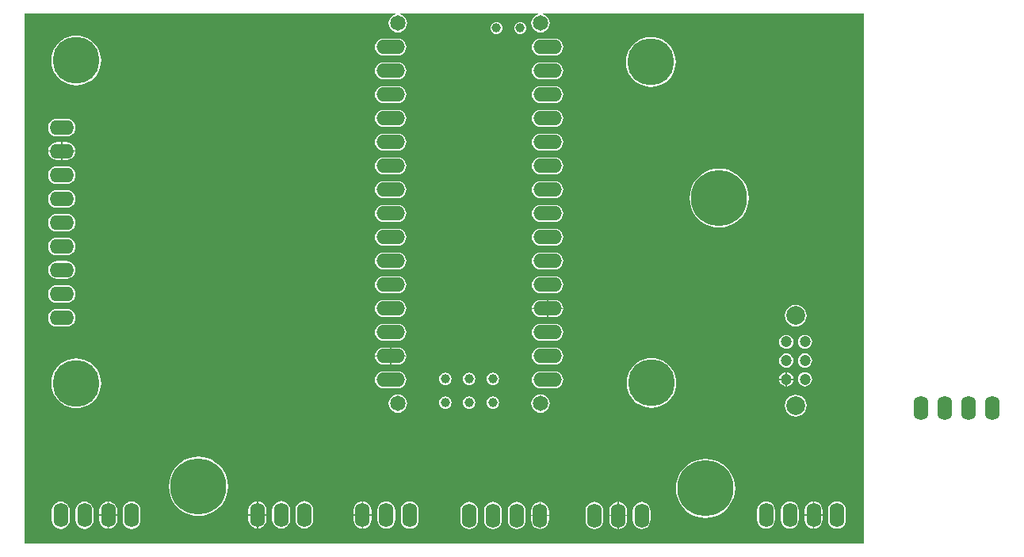
<source format=gbl>
G04*
G04 #@! TF.GenerationSoftware,Altium Limited,Altium Designer,21.0.9 (235)*
G04*
G04 Layer_Physical_Order=2*
G04 Layer_Color=16711680*
%FSLAX44Y44*%
%MOMM*%
G71*
G04*
G04 #@! TF.SameCoordinates,A596C356-34D0-456B-85E7-90C285C8AFC8*
G04*
G04*
G04 #@! TF.FilePolarity,Positive*
G04*
G01*
G75*
%ADD51C,6.0000*%
%ADD52O,1.6000X2.6000*%
%ADD53C,2.0000*%
%ADD54C,1.2000*%
%ADD55C,1.0000*%
%ADD56C,1.6510*%
%ADD57O,3.0480X1.5240*%
%ADD58O,2.6000X1.6000*%
%ADD59C,5.0000*%
G36*
X397750Y568442D02*
X397953Y567204D01*
X395580Y566221D01*
X393543Y564657D01*
X391979Y562620D01*
X390996Y560247D01*
X390661Y557700D01*
X390996Y555154D01*
X391979Y552780D01*
X393543Y550743D01*
X395580Y549179D01*
X397953Y548196D01*
X400500Y547861D01*
X403047Y548196D01*
X405420Y549179D01*
X407457Y550743D01*
X409021Y552780D01*
X410004Y555154D01*
X410339Y557700D01*
X410004Y560247D01*
X409021Y562620D01*
X407457Y564657D01*
X405420Y566221D01*
X403047Y567204D01*
X403250Y568442D01*
X550150Y568441D01*
X550353Y567204D01*
X547980Y566221D01*
X545943Y564657D01*
X544379Y562620D01*
X543396Y560247D01*
X543061Y557700D01*
X543396Y555154D01*
X544379Y552780D01*
X545943Y550743D01*
X547980Y549179D01*
X550354Y548196D01*
X552900Y547861D01*
X555447Y548196D01*
X557820Y549179D01*
X559857Y550743D01*
X561421Y552780D01*
X562404Y555154D01*
X562739Y557700D01*
X562404Y560247D01*
X561421Y562620D01*
X559857Y564657D01*
X557820Y566221D01*
X555447Y567204D01*
X555650Y568441D01*
X898441Y568441D01*
X898441Y1558D01*
X1558Y1558D01*
X1558Y568442D01*
X397750Y568442D01*
D02*
G37*
%LPC*%
G36*
X531310Y559176D02*
X529613Y558953D01*
X528032Y558298D01*
X526674Y557256D01*
X525632Y555898D01*
X524977Y554317D01*
X524754Y552620D01*
X524977Y550923D01*
X525632Y549342D01*
X526674Y547984D01*
X528032Y546942D01*
X529613Y546287D01*
X531310Y546064D01*
X533007Y546287D01*
X534588Y546942D01*
X535946Y547984D01*
X536988Y549342D01*
X537643Y550923D01*
X537866Y552620D01*
X537643Y554317D01*
X536988Y555898D01*
X535946Y557256D01*
X534588Y558298D01*
X533007Y558953D01*
X531310Y559176D01*
D02*
G37*
G36*
X505910D02*
X504213Y558953D01*
X502632Y558298D01*
X501274Y557256D01*
X500232Y555898D01*
X499577Y554317D01*
X499354Y552620D01*
X499577Y550923D01*
X500232Y549342D01*
X501274Y547984D01*
X502632Y546942D01*
X504213Y546287D01*
X505910Y546064D01*
X507607Y546287D01*
X509188Y546942D01*
X510546Y547984D01*
X511588Y549342D01*
X512243Y550923D01*
X512466Y552620D01*
X512243Y554317D01*
X511588Y555898D01*
X510546Y557256D01*
X509188Y558298D01*
X507607Y558953D01*
X505910Y559176D01*
D02*
G37*
G36*
X568140Y541499D02*
X552900D01*
X550519Y541185D01*
X548301Y540266D01*
X546396Y538805D01*
X544934Y536899D01*
X544015Y534681D01*
X543701Y532300D01*
X544015Y529919D01*
X544934Y527701D01*
X546396Y525796D01*
X548301Y524334D01*
X550519Y523415D01*
X552900Y523101D01*
X568140D01*
X570521Y523415D01*
X572739Y524334D01*
X574645Y525796D01*
X576106Y527701D01*
X577025Y529919D01*
X577339Y532300D01*
X577025Y534681D01*
X576106Y536899D01*
X574645Y538805D01*
X572739Y540266D01*
X570521Y541185D01*
X568140Y541499D01*
D02*
G37*
G36*
X400500D02*
X385260D01*
X382879Y541185D01*
X380661Y540266D01*
X378756Y538805D01*
X377294Y536899D01*
X376375Y534681D01*
X376061Y532300D01*
X376375Y529919D01*
X377294Y527701D01*
X378756Y525796D01*
X380661Y524334D01*
X382879Y523415D01*
X385260Y523101D01*
X400500D01*
X402881Y523415D01*
X405099Y524334D01*
X407005Y525796D01*
X408466Y527701D01*
X409385Y529919D01*
X409699Y532300D01*
X409385Y534681D01*
X408466Y536899D01*
X407005Y538805D01*
X405099Y540266D01*
X402881Y541185D01*
X400500Y541499D01*
D02*
G37*
G36*
X568140Y516099D02*
X552900D01*
X550519Y515785D01*
X548301Y514866D01*
X546396Y513405D01*
X544934Y511499D01*
X544015Y509281D01*
X543701Y506900D01*
X544015Y504519D01*
X544934Y502301D01*
X546396Y500396D01*
X548301Y498934D01*
X550519Y498015D01*
X552900Y497701D01*
X568140D01*
X570521Y498015D01*
X572739Y498934D01*
X574645Y500396D01*
X576106Y502301D01*
X577025Y504519D01*
X577339Y506900D01*
X577025Y509281D01*
X576106Y511499D01*
X574645Y513405D01*
X572739Y514866D01*
X570521Y515785D01*
X568140Y516099D01*
D02*
G37*
G36*
X400500D02*
X385260D01*
X382879Y515785D01*
X380661Y514866D01*
X378756Y513405D01*
X377294Y511499D01*
X376375Y509281D01*
X376061Y506900D01*
X376375Y504519D01*
X377294Y502301D01*
X378756Y500396D01*
X380661Y498934D01*
X382879Y498015D01*
X385260Y497701D01*
X400500D01*
X402881Y498015D01*
X405099Y498934D01*
X407005Y500396D01*
X408466Y502301D01*
X409385Y504519D01*
X409699Y506900D01*
X409385Y509281D01*
X408466Y511499D01*
X407005Y513405D01*
X405099Y514866D01*
X402881Y515785D01*
X400500Y516099D01*
D02*
G37*
G36*
X56902Y544460D02*
X52744Y544133D01*
X48688Y543159D01*
X44834Y541563D01*
X41277Y539383D01*
X38106Y536674D01*
X35397Y533503D01*
X33217Y529946D01*
X31621Y526092D01*
X30647Y522036D01*
X30320Y517878D01*
X30647Y513720D01*
X31621Y509664D01*
X33217Y505810D01*
X35397Y502253D01*
X38106Y499082D01*
X41277Y496373D01*
X44834Y494193D01*
X48688Y492597D01*
X52744Y491623D01*
X56902Y491296D01*
X61060Y491623D01*
X65116Y492597D01*
X68970Y494193D01*
X72526Y496373D01*
X75698Y499082D01*
X78407Y502253D01*
X80587Y505810D01*
X82183Y509664D01*
X83157Y513720D01*
X83484Y517878D01*
X83157Y522036D01*
X82183Y526092D01*
X80587Y529946D01*
X78407Y533503D01*
X75698Y536674D01*
X72526Y539383D01*
X68970Y541563D01*
X65116Y543159D01*
X61060Y544133D01*
X56902Y544460D01*
D02*
G37*
G36*
X670902Y542860D02*
X666744Y542533D01*
X662688Y541559D01*
X658834Y539963D01*
X655277Y537783D01*
X652106Y535074D01*
X649397Y531903D01*
X647217Y528346D01*
X645621Y524492D01*
X644647Y520436D01*
X644320Y516278D01*
X644647Y512120D01*
X645621Y508064D01*
X647217Y504210D01*
X649397Y500653D01*
X652106Y497482D01*
X655277Y494773D01*
X658834Y492593D01*
X662688Y490997D01*
X666744Y490023D01*
X670902Y489696D01*
X675060Y490023D01*
X679116Y490997D01*
X682970Y492593D01*
X686526Y494773D01*
X689698Y497482D01*
X692407Y500653D01*
X694587Y504210D01*
X696183Y508064D01*
X697157Y512120D01*
X697484Y516278D01*
X697157Y520436D01*
X696183Y524492D01*
X694587Y528346D01*
X692407Y531903D01*
X689698Y535074D01*
X686526Y537783D01*
X682970Y539963D01*
X679116Y541559D01*
X675060Y542533D01*
X670902Y542860D01*
D02*
G37*
G36*
X568140Y490699D02*
X552900D01*
X550519Y490385D01*
X548301Y489466D01*
X546396Y488004D01*
X544934Y486099D01*
X544015Y483881D01*
X543701Y481500D01*
X544015Y479119D01*
X544934Y476901D01*
X546396Y474996D01*
X548301Y473534D01*
X550519Y472615D01*
X552900Y472301D01*
X568140D01*
X570521Y472615D01*
X572739Y473534D01*
X574645Y474996D01*
X576106Y476901D01*
X577025Y479119D01*
X577339Y481500D01*
X577025Y483881D01*
X576106Y486099D01*
X574645Y488004D01*
X572739Y489466D01*
X570521Y490385D01*
X568140Y490699D01*
D02*
G37*
G36*
X400500D02*
X385260D01*
X382879Y490385D01*
X380661Y489466D01*
X378756Y488004D01*
X377294Y486099D01*
X376375Y483881D01*
X376061Y481500D01*
X376375Y479119D01*
X377294Y476901D01*
X378756Y474996D01*
X380661Y473534D01*
X382879Y472615D01*
X385260Y472301D01*
X400500D01*
X402881Y472615D01*
X405099Y473534D01*
X407005Y474996D01*
X408466Y476901D01*
X409385Y479119D01*
X409699Y481500D01*
X409385Y483881D01*
X408466Y486099D01*
X407005Y488004D01*
X405099Y489466D01*
X402881Y490385D01*
X400500Y490699D01*
D02*
G37*
G36*
X568140Y465299D02*
X552900D01*
X550519Y464985D01*
X548301Y464066D01*
X546396Y462604D01*
X544934Y460699D01*
X544015Y458481D01*
X543701Y456100D01*
X544015Y453719D01*
X544934Y451501D01*
X546396Y449596D01*
X548301Y448134D01*
X550519Y447215D01*
X552900Y446901D01*
X568140D01*
X570521Y447215D01*
X572739Y448134D01*
X574645Y449596D01*
X576106Y451501D01*
X577025Y453719D01*
X577339Y456100D01*
X577025Y458481D01*
X576106Y460699D01*
X574645Y462604D01*
X572739Y464066D01*
X570521Y464985D01*
X568140Y465299D01*
D02*
G37*
G36*
X400500D02*
X385260D01*
X382879Y464985D01*
X380661Y464066D01*
X378756Y462604D01*
X377294Y460699D01*
X376375Y458481D01*
X376061Y456100D01*
X376375Y453719D01*
X377294Y451501D01*
X378756Y449596D01*
X380661Y448134D01*
X382879Y447215D01*
X385260Y446901D01*
X400500D01*
X402881Y447215D01*
X405099Y448134D01*
X407005Y449596D01*
X408466Y451501D01*
X409385Y453719D01*
X409699Y456100D01*
X409385Y458481D01*
X408466Y460699D01*
X407005Y462604D01*
X405099Y464066D01*
X402881Y464985D01*
X400500Y465299D01*
D02*
G37*
G36*
X46402Y455860D02*
X36402D01*
X33922Y455533D01*
X31611Y454576D01*
X29627Y453053D01*
X28104Y451069D01*
X27146Y448758D01*
X26820Y446278D01*
X27146Y443798D01*
X28104Y441487D01*
X29627Y439502D01*
X31611Y437980D01*
X33922Y437023D01*
X36402Y436696D01*
X46402D01*
X48882Y437023D01*
X51193Y437980D01*
X53177Y439502D01*
X54700Y441487D01*
X55658Y443798D01*
X55984Y446278D01*
X55658Y448758D01*
X54700Y451069D01*
X53177Y453053D01*
X51193Y454576D01*
X48882Y455533D01*
X46402Y455860D01*
D02*
G37*
G36*
Y430860D02*
X42152D01*
Y422028D01*
X55885D01*
X55658Y423758D01*
X54700Y426069D01*
X53177Y428053D01*
X51193Y429576D01*
X48882Y430533D01*
X46402Y430860D01*
D02*
G37*
G36*
X40652D02*
X36402D01*
X33922Y430533D01*
X31611Y429576D01*
X29627Y428053D01*
X28104Y426069D01*
X27146Y423758D01*
X26919Y422028D01*
X40652D01*
Y430860D01*
D02*
G37*
G36*
X568140Y439899D02*
X552900D01*
X550519Y439585D01*
X548301Y438666D01*
X546396Y437205D01*
X544934Y435299D01*
X544015Y433081D01*
X543701Y430700D01*
X544015Y428319D01*
X544934Y426101D01*
X546396Y424196D01*
X548301Y422734D01*
X550519Y421815D01*
X552900Y421501D01*
X568140D01*
X570521Y421815D01*
X572739Y422734D01*
X574645Y424196D01*
X576106Y426101D01*
X577025Y428319D01*
X577339Y430700D01*
X577025Y433081D01*
X576106Y435299D01*
X574645Y437205D01*
X572739Y438666D01*
X570521Y439585D01*
X568140Y439899D01*
D02*
G37*
G36*
X400500D02*
X385260D01*
X382879Y439585D01*
X380661Y438666D01*
X378756Y437205D01*
X377294Y435299D01*
X376375Y433081D01*
X376061Y430700D01*
X376375Y428319D01*
X377294Y426101D01*
X378756Y424196D01*
X380661Y422734D01*
X382879Y421815D01*
X385260Y421501D01*
X400500D01*
X402881Y421815D01*
X405099Y422734D01*
X407005Y424196D01*
X408466Y426101D01*
X409385Y428319D01*
X409699Y430700D01*
X409385Y433081D01*
X408466Y435299D01*
X407005Y437205D01*
X405099Y438666D01*
X402881Y439585D01*
X400500Y439899D01*
D02*
G37*
G36*
X55885Y420528D02*
X42152D01*
Y411696D01*
X46402D01*
X48882Y412023D01*
X51193Y412980D01*
X53177Y414502D01*
X54700Y416487D01*
X55658Y418798D01*
X55885Y420528D01*
D02*
G37*
G36*
X40652D02*
X26919D01*
X27146Y418798D01*
X28104Y416487D01*
X29627Y414502D01*
X31611Y412980D01*
X33922Y412023D01*
X36402Y411696D01*
X40652D01*
Y420528D01*
D02*
G37*
G36*
X568140Y414499D02*
X552900D01*
X550519Y414185D01*
X548301Y413266D01*
X546396Y411805D01*
X544934Y409899D01*
X544015Y407681D01*
X543701Y405300D01*
X544015Y402919D01*
X544934Y400701D01*
X546396Y398796D01*
X548301Y397334D01*
X550519Y396415D01*
X552900Y396101D01*
X568140D01*
X570521Y396415D01*
X572739Y397334D01*
X574645Y398796D01*
X576106Y400701D01*
X577025Y402919D01*
X577339Y405300D01*
X577025Y407681D01*
X576106Y409899D01*
X574645Y411805D01*
X572739Y413266D01*
X570521Y414185D01*
X568140Y414499D01*
D02*
G37*
G36*
X400500D02*
X385260D01*
X382879Y414185D01*
X380661Y413266D01*
X378756Y411805D01*
X377294Y409899D01*
X376375Y407681D01*
X376061Y405300D01*
X376375Y402919D01*
X377294Y400701D01*
X378756Y398796D01*
X380661Y397334D01*
X382879Y396415D01*
X385260Y396101D01*
X400500D01*
X402881Y396415D01*
X405099Y397334D01*
X407005Y398796D01*
X408466Y400701D01*
X409385Y402919D01*
X409699Y405300D01*
X409385Y407681D01*
X408466Y409899D01*
X407005Y411805D01*
X405099Y413266D01*
X402881Y414185D01*
X400500Y414499D01*
D02*
G37*
G36*
X46402Y405060D02*
X36402D01*
X33922Y404734D01*
X31611Y403776D01*
X29627Y402253D01*
X28104Y400269D01*
X27146Y397958D01*
X26820Y395478D01*
X27146Y392998D01*
X28104Y390687D01*
X29627Y388703D01*
X31611Y387180D01*
X33922Y386222D01*
X36402Y385896D01*
X46402D01*
X48882Y386222D01*
X51193Y387180D01*
X53177Y388703D01*
X54700Y390687D01*
X55658Y392998D01*
X55984Y395478D01*
X55658Y397958D01*
X54700Y400269D01*
X53177Y402253D01*
X51193Y403776D01*
X48882Y404734D01*
X46402Y405060D01*
D02*
G37*
G36*
X568140Y389099D02*
X552900D01*
X550519Y388785D01*
X548301Y387866D01*
X546396Y386404D01*
X544934Y384499D01*
X544015Y382281D01*
X543701Y379900D01*
X544015Y377519D01*
X544934Y375301D01*
X546396Y373396D01*
X548301Y371934D01*
X550519Y371015D01*
X552900Y370701D01*
X568140D01*
X570521Y371015D01*
X572739Y371934D01*
X574645Y373396D01*
X576106Y375301D01*
X577025Y377519D01*
X577339Y379900D01*
X577025Y382281D01*
X576106Y384499D01*
X574645Y386404D01*
X572739Y387866D01*
X570521Y388785D01*
X568140Y389099D01*
D02*
G37*
G36*
X400500D02*
X385260D01*
X382879Y388785D01*
X380661Y387866D01*
X378756Y386404D01*
X377294Y384499D01*
X376375Y382281D01*
X376061Y379900D01*
X376375Y377519D01*
X377294Y375301D01*
X378756Y373396D01*
X380661Y371934D01*
X382879Y371015D01*
X385260Y370701D01*
X400500D01*
X402881Y371015D01*
X405099Y371934D01*
X407005Y373396D01*
X408466Y375301D01*
X409385Y377519D01*
X409699Y379900D01*
X409385Y382281D01*
X408466Y384499D01*
X407005Y386404D01*
X405099Y387866D01*
X402881Y388785D01*
X400500Y389099D01*
D02*
G37*
G36*
X46402Y379660D02*
X36402D01*
X33922Y379333D01*
X31611Y378376D01*
X29627Y376853D01*
X28104Y374869D01*
X27146Y372558D01*
X26820Y370078D01*
X27146Y367598D01*
X28104Y365287D01*
X29627Y363303D01*
X31611Y361780D01*
X33922Y360822D01*
X36402Y360496D01*
X46402D01*
X48882Y360822D01*
X51193Y361780D01*
X53177Y363303D01*
X54700Y365287D01*
X55658Y367598D01*
X55984Y370078D01*
X55658Y372558D01*
X54700Y374869D01*
X53177Y376853D01*
X51193Y378376D01*
X48882Y379333D01*
X46402Y379660D01*
D02*
G37*
G36*
X568140Y363699D02*
X552900D01*
X550519Y363385D01*
X548301Y362466D01*
X546396Y361004D01*
X544934Y359099D01*
X544015Y356881D01*
X543701Y354500D01*
X544015Y352119D01*
X544934Y349901D01*
X546396Y347996D01*
X548301Y346534D01*
X550519Y345615D01*
X552900Y345301D01*
X568140D01*
X570521Y345615D01*
X572739Y346534D01*
X574645Y347996D01*
X576106Y349901D01*
X577025Y352119D01*
X577339Y354500D01*
X577025Y356881D01*
X576106Y359099D01*
X574645Y361004D01*
X572739Y362466D01*
X570521Y363385D01*
X568140Y363699D01*
D02*
G37*
G36*
X400500D02*
X385260D01*
X382879Y363385D01*
X380661Y362466D01*
X378756Y361004D01*
X377294Y359099D01*
X376375Y356881D01*
X376061Y354500D01*
X376375Y352119D01*
X377294Y349901D01*
X378756Y347996D01*
X380661Y346534D01*
X382879Y345615D01*
X385260Y345301D01*
X400500D01*
X402881Y345615D01*
X405099Y346534D01*
X407005Y347996D01*
X408466Y349901D01*
X409385Y352119D01*
X409699Y354500D01*
X409385Y356881D01*
X408466Y359099D01*
X407005Y361004D01*
X405099Y362466D01*
X402881Y363385D01*
X400500Y363699D01*
D02*
G37*
G36*
X743750Y402597D02*
X738807Y402208D01*
X733986Y401051D01*
X729405Y399154D01*
X725178Y396563D01*
X721407Y393343D01*
X718187Y389572D01*
X715596Y385345D01*
X713699Y380764D01*
X712542Y375943D01*
X712153Y371000D01*
X712542Y366057D01*
X713699Y361236D01*
X715596Y356655D01*
X718187Y352427D01*
X721407Y348657D01*
X725178Y345437D01*
X729405Y342846D01*
X733986Y340949D01*
X738807Y339792D01*
X743750Y339403D01*
X748693Y339792D01*
X753514Y340949D01*
X758095Y342846D01*
X762322Y345437D01*
X766093Y348657D01*
X769313Y352427D01*
X771904Y356655D01*
X773801Y361236D01*
X774958Y366057D01*
X775347Y371000D01*
X774958Y375943D01*
X773801Y380764D01*
X771904Y385345D01*
X769313Y389572D01*
X766093Y393343D01*
X762322Y396563D01*
X758095Y399154D01*
X753514Y401051D01*
X748693Y402208D01*
X743750Y402597D01*
D02*
G37*
G36*
X46402Y354260D02*
X36402D01*
X33922Y353933D01*
X31611Y352976D01*
X29627Y351453D01*
X28104Y349469D01*
X27146Y347158D01*
X26820Y344678D01*
X27146Y342198D01*
X28104Y339887D01*
X29627Y337903D01*
X31611Y336380D01*
X33922Y335423D01*
X36402Y335096D01*
X46402D01*
X48882Y335423D01*
X51193Y336380D01*
X53177Y337903D01*
X54700Y339887D01*
X55658Y342198D01*
X55984Y344678D01*
X55658Y347158D01*
X54700Y349469D01*
X53177Y351453D01*
X51193Y352976D01*
X48882Y353933D01*
X46402Y354260D01*
D02*
G37*
G36*
X568140Y338299D02*
X552900D01*
X550519Y337985D01*
X548301Y337066D01*
X546396Y335605D01*
X544934Y333699D01*
X544015Y331481D01*
X543701Y329100D01*
X544015Y326719D01*
X544934Y324501D01*
X546396Y322596D01*
X548301Y321134D01*
X550519Y320215D01*
X552900Y319901D01*
X568140D01*
X570521Y320215D01*
X572739Y321134D01*
X574645Y322596D01*
X576106Y324501D01*
X577025Y326719D01*
X577339Y329100D01*
X577025Y331481D01*
X576106Y333699D01*
X574645Y335605D01*
X572739Y337066D01*
X570521Y337985D01*
X568140Y338299D01*
D02*
G37*
G36*
X400500D02*
X385260D01*
X382879Y337985D01*
X380661Y337066D01*
X378756Y335605D01*
X377294Y333699D01*
X376375Y331481D01*
X376061Y329100D01*
X376375Y326719D01*
X377294Y324501D01*
X378756Y322596D01*
X380661Y321134D01*
X382879Y320215D01*
X385260Y319901D01*
X400500D01*
X402881Y320215D01*
X405099Y321134D01*
X407005Y322596D01*
X408466Y324501D01*
X409385Y326719D01*
X409699Y329100D01*
X409385Y331481D01*
X408466Y333699D01*
X407005Y335605D01*
X405099Y337066D01*
X402881Y337985D01*
X400500Y338299D01*
D02*
G37*
G36*
X46402Y328860D02*
X36402D01*
X33922Y328534D01*
X31611Y327576D01*
X29627Y326053D01*
X28104Y324069D01*
X27146Y321758D01*
X26820Y319278D01*
X27146Y316798D01*
X28104Y314487D01*
X29627Y312502D01*
X31611Y310980D01*
X33922Y310023D01*
X36402Y309696D01*
X46402D01*
X48882Y310023D01*
X51193Y310980D01*
X53177Y312502D01*
X54700Y314487D01*
X55658Y316798D01*
X55984Y319278D01*
X55658Y321758D01*
X54700Y324069D01*
X53177Y326053D01*
X51193Y327576D01*
X48882Y328534D01*
X46402Y328860D01*
D02*
G37*
G36*
X568140Y312899D02*
X552900D01*
X550519Y312585D01*
X548301Y311666D01*
X546396Y310205D01*
X544934Y308299D01*
X544015Y306081D01*
X543701Y303700D01*
X544015Y301319D01*
X544934Y299101D01*
X546396Y297196D01*
X548301Y295734D01*
X550519Y294815D01*
X552900Y294501D01*
X568140D01*
X570521Y294815D01*
X572739Y295734D01*
X574645Y297196D01*
X576106Y299101D01*
X577025Y301319D01*
X577339Y303700D01*
X577025Y306081D01*
X576106Y308299D01*
X574645Y310205D01*
X572739Y311666D01*
X570521Y312585D01*
X568140Y312899D01*
D02*
G37*
G36*
X400500D02*
X385260D01*
X382879Y312585D01*
X380661Y311666D01*
X378756Y310205D01*
X377294Y308299D01*
X376375Y306081D01*
X376061Y303700D01*
X376375Y301319D01*
X377294Y299101D01*
X378756Y297196D01*
X380661Y295734D01*
X382879Y294815D01*
X385260Y294501D01*
X400500D01*
X402881Y294815D01*
X405099Y295734D01*
X407005Y297196D01*
X408466Y299101D01*
X409385Y301319D01*
X409699Y303700D01*
X409385Y306081D01*
X408466Y308299D01*
X407005Y310205D01*
X405099Y311666D01*
X402881Y312585D01*
X400500Y312899D01*
D02*
G37*
G36*
X46402Y303860D02*
X36402D01*
X33922Y303533D01*
X31611Y302576D01*
X29627Y301053D01*
X28104Y299069D01*
X27146Y296758D01*
X26820Y294278D01*
X27146Y291798D01*
X28104Y289487D01*
X29627Y287502D01*
X31611Y285980D01*
X33922Y285023D01*
X36402Y284696D01*
X46402D01*
X48882Y285023D01*
X51193Y285980D01*
X53177Y287502D01*
X54700Y289487D01*
X55658Y291798D01*
X55984Y294278D01*
X55658Y296758D01*
X54700Y299069D01*
X53177Y301053D01*
X51193Y302576D01*
X48882Y303533D01*
X46402Y303860D01*
D02*
G37*
G36*
X568140Y287499D02*
X552900D01*
X550519Y287185D01*
X548301Y286266D01*
X546396Y284804D01*
X544934Y282899D01*
X544015Y280681D01*
X543701Y278300D01*
X544015Y275919D01*
X544934Y273701D01*
X546396Y271796D01*
X548301Y270334D01*
X550519Y269415D01*
X552900Y269101D01*
X568140D01*
X570521Y269415D01*
X572739Y270334D01*
X574645Y271796D01*
X576106Y273701D01*
X577025Y275919D01*
X577339Y278300D01*
X577025Y280681D01*
X576106Y282899D01*
X574645Y284804D01*
X572739Y286266D01*
X570521Y287185D01*
X568140Y287499D01*
D02*
G37*
G36*
X400500D02*
X385260D01*
X382879Y287185D01*
X380661Y286266D01*
X378756Y284804D01*
X377294Y282899D01*
X376375Y280681D01*
X376061Y278300D01*
X376375Y275919D01*
X377294Y273701D01*
X378756Y271796D01*
X380661Y270334D01*
X382879Y269415D01*
X385260Y269101D01*
X400500D01*
X402881Y269415D01*
X405099Y270334D01*
X407005Y271796D01*
X408466Y273701D01*
X409385Y275919D01*
X409699Y278300D01*
X409385Y280681D01*
X408466Y282899D01*
X407005Y284804D01*
X405099Y286266D01*
X402881Y287185D01*
X400500Y287499D01*
D02*
G37*
G36*
X46402Y278060D02*
X36402D01*
X33922Y277733D01*
X31611Y276776D01*
X29627Y275254D01*
X28104Y273269D01*
X27146Y270958D01*
X26820Y268478D01*
X27146Y265998D01*
X28104Y263687D01*
X29627Y261702D01*
X31611Y260180D01*
X33922Y259223D01*
X36402Y258896D01*
X46402D01*
X48882Y259223D01*
X51193Y260180D01*
X53177Y261702D01*
X54700Y263687D01*
X55658Y265998D01*
X55984Y268478D01*
X55658Y270958D01*
X54700Y273269D01*
X53177Y275254D01*
X51193Y276776D01*
X48882Y277733D01*
X46402Y278060D01*
D02*
G37*
G36*
X568140Y262099D02*
X561270D01*
Y253650D01*
X577240D01*
X577025Y255281D01*
X576106Y257499D01*
X574645Y259405D01*
X572739Y260866D01*
X570521Y261785D01*
X568140Y262099D01*
D02*
G37*
G36*
X559770D02*
X552900D01*
X550519Y261785D01*
X548301Y260866D01*
X546396Y259405D01*
X544934Y257499D01*
X544015Y255281D01*
X543800Y253650D01*
X559770D01*
Y262099D01*
D02*
G37*
G36*
X577240Y252150D02*
X561270D01*
Y243701D01*
X568140D01*
X570521Y244015D01*
X572739Y244934D01*
X574645Y246396D01*
X576106Y248301D01*
X577025Y250519D01*
X577240Y252150D01*
D02*
G37*
G36*
X559770D02*
X543800D01*
X544015Y250519D01*
X544934Y248301D01*
X546396Y246396D01*
X548301Y244934D01*
X550519Y244015D01*
X552900Y243701D01*
X559770D01*
Y252150D01*
D02*
G37*
G36*
X400500Y262099D02*
X385260D01*
X382879Y261785D01*
X380661Y260866D01*
X378756Y259405D01*
X377294Y257499D01*
X376375Y255281D01*
X376061Y252900D01*
X376375Y250519D01*
X377294Y248301D01*
X378756Y246396D01*
X380661Y244934D01*
X382879Y244015D01*
X385260Y243701D01*
X400500D01*
X402881Y244015D01*
X405099Y244934D01*
X407005Y246396D01*
X408466Y248301D01*
X409385Y250519D01*
X409699Y252900D01*
X409385Y255281D01*
X408466Y257499D01*
X407005Y259405D01*
X405099Y260866D01*
X402881Y261785D01*
X400500Y262099D01*
D02*
G37*
G36*
X825500Y256849D02*
X822498Y256454D01*
X819700Y255295D01*
X817298Y253452D01*
X815455Y251050D01*
X814296Y248252D01*
X813901Y245250D01*
X814296Y242248D01*
X815455Y239450D01*
X817298Y237048D01*
X819700Y235205D01*
X822498Y234046D01*
X825500Y233651D01*
X828502Y234046D01*
X831300Y235205D01*
X833702Y237048D01*
X835545Y239450D01*
X836704Y242248D01*
X837099Y245250D01*
X836704Y248252D01*
X835545Y251050D01*
X833702Y253452D01*
X831300Y255295D01*
X828502Y256454D01*
X825500Y256849D01*
D02*
G37*
G36*
X46402Y252660D02*
X36402D01*
X33922Y252334D01*
X31611Y251376D01*
X29627Y249853D01*
X28104Y247869D01*
X27146Y245558D01*
X26820Y243078D01*
X27146Y240598D01*
X28104Y238287D01*
X29627Y236303D01*
X31611Y234780D01*
X33922Y233822D01*
X36402Y233496D01*
X46402D01*
X48882Y233822D01*
X51193Y234780D01*
X53177Y236303D01*
X54700Y238287D01*
X55658Y240598D01*
X55984Y243078D01*
X55658Y245558D01*
X54700Y247869D01*
X53177Y249853D01*
X51193Y251376D01*
X48882Y252334D01*
X46402Y252660D01*
D02*
G37*
G36*
X568140Y236699D02*
X552900D01*
X550519Y236385D01*
X548301Y235466D01*
X546396Y234004D01*
X544934Y232099D01*
X544015Y229881D01*
X543701Y227500D01*
X544015Y225119D01*
X544934Y222901D01*
X546396Y220996D01*
X548301Y219534D01*
X550519Y218615D01*
X552900Y218301D01*
X568140D01*
X570521Y218615D01*
X572739Y219534D01*
X574645Y220996D01*
X576106Y222901D01*
X577025Y225119D01*
X577339Y227500D01*
X577025Y229881D01*
X576106Y232099D01*
X574645Y234004D01*
X572739Y235466D01*
X570521Y236385D01*
X568140Y236699D01*
D02*
G37*
G36*
X400500D02*
X385260D01*
X382879Y236385D01*
X380661Y235466D01*
X378756Y234004D01*
X377294Y232099D01*
X376375Y229881D01*
X376061Y227500D01*
X376375Y225119D01*
X377294Y222901D01*
X378756Y220996D01*
X380661Y219534D01*
X382879Y218615D01*
X385260Y218301D01*
X400500D01*
X402881Y218615D01*
X405099Y219534D01*
X407005Y220996D01*
X408466Y222901D01*
X409385Y225119D01*
X409699Y227500D01*
X409385Y229881D01*
X408466Y232099D01*
X407005Y234004D01*
X405099Y235466D01*
X402881Y236385D01*
X400500Y236699D01*
D02*
G37*
G36*
X835500Y224815D02*
X833542Y224557D01*
X831718Y223801D01*
X830151Y222599D01*
X828949Y221032D01*
X828193Y219208D01*
X827935Y217250D01*
X828193Y215292D01*
X828949Y213468D01*
X830151Y211901D01*
X831718Y210699D01*
X833542Y209943D01*
X835500Y209685D01*
X837458Y209943D01*
X839282Y210699D01*
X840849Y211901D01*
X842051Y213468D01*
X842807Y215292D01*
X843065Y217250D01*
X842807Y219208D01*
X842051Y221032D01*
X840849Y222599D01*
X839282Y223801D01*
X837458Y224557D01*
X835500Y224815D01*
D02*
G37*
G36*
X815500D02*
X813542Y224557D01*
X811718Y223801D01*
X810151Y222599D01*
X808949Y221032D01*
X808193Y219208D01*
X807935Y217250D01*
X808193Y215292D01*
X808949Y213468D01*
X810151Y211901D01*
X811718Y210699D01*
X813542Y209943D01*
X815500Y209685D01*
X817458Y209943D01*
X819282Y210699D01*
X820849Y211901D01*
X822051Y213468D01*
X822807Y215292D01*
X823065Y217250D01*
X822807Y219208D01*
X822051Y221032D01*
X820849Y222599D01*
X819282Y223801D01*
X817458Y224557D01*
X815500Y224815D01*
D02*
G37*
G36*
X400500Y211299D02*
X393630D01*
Y202850D01*
X409600D01*
X409385Y204481D01*
X408466Y206699D01*
X407005Y208605D01*
X405099Y210066D01*
X402881Y210985D01*
X400500Y211299D01*
D02*
G37*
G36*
X392130D02*
X385260D01*
X382879Y210985D01*
X380661Y210066D01*
X378756Y208605D01*
X377294Y206699D01*
X376375Y204481D01*
X376160Y202850D01*
X392130D01*
Y211299D01*
D02*
G37*
G36*
X568140D02*
X552900D01*
X550519Y210985D01*
X548301Y210066D01*
X546396Y208605D01*
X544934Y206699D01*
X544015Y204481D01*
X543701Y202100D01*
X544015Y199719D01*
X544934Y197501D01*
X546396Y195596D01*
X548301Y194134D01*
X550519Y193215D01*
X552900Y192901D01*
X568140D01*
X570521Y193215D01*
X572739Y194134D01*
X574645Y195596D01*
X576106Y197501D01*
X577025Y199719D01*
X577339Y202100D01*
X577025Y204481D01*
X576106Y206699D01*
X574645Y208605D01*
X572739Y210066D01*
X570521Y210985D01*
X568140Y211299D01*
D02*
G37*
G36*
X409600Y201350D02*
X393630D01*
Y192901D01*
X400500D01*
X402881Y193215D01*
X405099Y194134D01*
X407005Y195596D01*
X408466Y197501D01*
X409385Y199719D01*
X409600Y201350D01*
D02*
G37*
G36*
X392130D02*
X376160D01*
X376375Y199719D01*
X377294Y197501D01*
X378756Y195596D01*
X380661Y194134D01*
X382879Y193215D01*
X385260Y192901D01*
X392130D01*
Y201350D01*
D02*
G37*
G36*
X835500Y204815D02*
X833542Y204557D01*
X831718Y203801D01*
X830151Y202599D01*
X828949Y201032D01*
X828193Y199208D01*
X827935Y197250D01*
X828193Y195292D01*
X828949Y193468D01*
X830151Y191901D01*
X831718Y190699D01*
X833542Y189943D01*
X835500Y189685D01*
X837458Y189943D01*
X839282Y190699D01*
X840849Y191901D01*
X842051Y193468D01*
X842807Y195292D01*
X843065Y197250D01*
X842807Y199208D01*
X842051Y201032D01*
X840849Y202599D01*
X839282Y203801D01*
X837458Y204557D01*
X835500Y204815D01*
D02*
G37*
G36*
X815500D02*
X813542Y204557D01*
X811718Y203801D01*
X810151Y202599D01*
X808949Y201032D01*
X808193Y199208D01*
X807935Y197250D01*
X808193Y195292D01*
X808949Y193468D01*
X810151Y191901D01*
X811718Y190699D01*
X813542Y189943D01*
X815500Y189685D01*
X817458Y189943D01*
X819282Y190699D01*
X820849Y191901D01*
X822051Y193468D01*
X822807Y195292D01*
X823065Y197250D01*
X822807Y199208D01*
X822051Y201032D01*
X820849Y202599D01*
X819282Y203801D01*
X817458Y204557D01*
X815500Y204815D01*
D02*
G37*
G36*
X816250Y184716D02*
Y178000D01*
X822966D01*
X822807Y179208D01*
X822051Y181032D01*
X820849Y182599D01*
X819282Y183801D01*
X817458Y184557D01*
X816250Y184716D01*
D02*
G37*
G36*
X814750Y184716D02*
X813542Y184557D01*
X811718Y183801D01*
X810151Y182599D01*
X808949Y181032D01*
X808193Y179208D01*
X808034Y178000D01*
X814750D01*
Y184716D01*
D02*
G37*
G36*
X502100Y184276D02*
X500403Y184053D01*
X498822Y183398D01*
X497464Y182356D01*
X496422Y180998D01*
X495767Y179417D01*
X495544Y177720D01*
X495767Y176023D01*
X496422Y174442D01*
X497464Y173084D01*
X498822Y172042D01*
X500403Y171387D01*
X502100Y171164D01*
X503797Y171387D01*
X505378Y172042D01*
X506736Y173084D01*
X507778Y174442D01*
X508433Y176023D01*
X508656Y177720D01*
X508433Y179417D01*
X507778Y180998D01*
X506736Y182356D01*
X505378Y183398D01*
X503797Y184053D01*
X502100Y184276D01*
D02*
G37*
G36*
X476700D02*
X475003Y184053D01*
X473422Y183398D01*
X472064Y182356D01*
X471022Y180998D01*
X470367Y179417D01*
X470144Y177720D01*
X470367Y176023D01*
X471022Y174442D01*
X472064Y173084D01*
X473422Y172042D01*
X475003Y171387D01*
X476700Y171164D01*
X478397Y171387D01*
X479978Y172042D01*
X481336Y173084D01*
X482378Y174442D01*
X483033Y176023D01*
X483256Y177720D01*
X483033Y179417D01*
X482378Y180998D01*
X481336Y182356D01*
X479978Y183398D01*
X478397Y184053D01*
X476700Y184276D01*
D02*
G37*
G36*
X451300D02*
X449603Y184053D01*
X448022Y183398D01*
X446664Y182356D01*
X445622Y180998D01*
X444967Y179417D01*
X444744Y177720D01*
X444967Y176023D01*
X445622Y174442D01*
X446664Y173084D01*
X448022Y172042D01*
X449603Y171387D01*
X451300Y171164D01*
X452997Y171387D01*
X454578Y172042D01*
X455936Y173084D01*
X456978Y174442D01*
X457633Y176023D01*
X457856Y177720D01*
X457633Y179417D01*
X456978Y180998D01*
X455936Y182356D01*
X454578Y183398D01*
X452997Y184053D01*
X451300Y184276D01*
D02*
G37*
G36*
X814750Y176500D02*
X808034D01*
X808193Y175292D01*
X808949Y173468D01*
X810151Y171901D01*
X811718Y170699D01*
X813542Y169943D01*
X814750Y169784D01*
Y176500D01*
D02*
G37*
G36*
X822966D02*
X816250D01*
Y169784D01*
X817458Y169943D01*
X819282Y170699D01*
X820849Y171901D01*
X822051Y173468D01*
X822807Y175292D01*
X822966Y176500D01*
D02*
G37*
G36*
X835500Y184815D02*
X833542Y184557D01*
X831718Y183801D01*
X830151Y182599D01*
X828949Y181032D01*
X828193Y179208D01*
X827935Y177250D01*
X828193Y175292D01*
X828949Y173468D01*
X830151Y171901D01*
X831718Y170699D01*
X833542Y169943D01*
X835500Y169685D01*
X837458Y169943D01*
X839282Y170699D01*
X840849Y171901D01*
X842051Y173468D01*
X842807Y175292D01*
X843065Y177250D01*
X842807Y179208D01*
X842051Y181032D01*
X840849Y182599D01*
X839282Y183801D01*
X837458Y184557D01*
X835500Y184815D01*
D02*
G37*
G36*
X568140Y185899D02*
X552900D01*
X550519Y185585D01*
X548301Y184666D01*
X546396Y183204D01*
X544934Y181299D01*
X544015Y179081D01*
X543701Y176700D01*
X544015Y174319D01*
X544934Y172101D01*
X546396Y170196D01*
X548301Y168734D01*
X550519Y167815D01*
X552900Y167501D01*
X568140D01*
X570521Y167815D01*
X572739Y168734D01*
X574645Y170196D01*
X576106Y172101D01*
X577025Y174319D01*
X577339Y176700D01*
X577025Y179081D01*
X576106Y181299D01*
X574645Y183204D01*
X572739Y184666D01*
X570521Y185585D01*
X568140Y185899D01*
D02*
G37*
G36*
X400500D02*
X385260D01*
X382879Y185585D01*
X380661Y184666D01*
X378756Y183204D01*
X377294Y181299D01*
X376375Y179081D01*
X376061Y176700D01*
X376375Y174319D01*
X377294Y172101D01*
X378756Y170196D01*
X380661Y168734D01*
X382879Y167815D01*
X385260Y167501D01*
X400500D01*
X402881Y167815D01*
X405099Y168734D01*
X407005Y170196D01*
X408466Y172101D01*
X409385Y174319D01*
X409699Y176700D01*
X409385Y179081D01*
X408466Y181299D01*
X407005Y183204D01*
X405099Y184666D01*
X402881Y185585D01*
X400500Y185899D01*
D02*
G37*
G36*
X671402Y199860D02*
X667244Y199533D01*
X663188Y198559D01*
X659334Y196963D01*
X655778Y194783D01*
X652606Y192074D01*
X649897Y188902D01*
X647717Y185346D01*
X646121Y181492D01*
X645147Y177436D01*
X644820Y173278D01*
X645147Y169120D01*
X646121Y165064D01*
X647717Y161210D01*
X649897Y157654D01*
X652606Y154482D01*
X655778Y151773D01*
X659334Y149593D01*
X663188Y147997D01*
X667244Y147023D01*
X671402Y146696D01*
X675560Y147023D01*
X679616Y147997D01*
X683470Y149593D01*
X687027Y151773D01*
X690198Y154482D01*
X692907Y157654D01*
X695087Y161210D01*
X696683Y165064D01*
X697657Y169120D01*
X697984Y173278D01*
X697657Y177436D01*
X696683Y181492D01*
X695087Y185346D01*
X692907Y188902D01*
X690198Y192074D01*
X687027Y194783D01*
X683470Y196963D01*
X679616Y198559D01*
X675560Y199533D01*
X671402Y199860D01*
D02*
G37*
G36*
X56902Y199760D02*
X52744Y199433D01*
X48688Y198459D01*
X44834Y196863D01*
X41277Y194683D01*
X38106Y191974D01*
X35397Y188803D01*
X33217Y185246D01*
X31621Y181392D01*
X30647Y177336D01*
X30320Y173178D01*
X30647Y169020D01*
X31621Y164964D01*
X33217Y161110D01*
X35397Y157554D01*
X38106Y154382D01*
X41277Y151673D01*
X44834Y149493D01*
X48688Y147897D01*
X52744Y146923D01*
X56902Y146596D01*
X61060Y146923D01*
X65116Y147897D01*
X68970Y149493D01*
X72526Y151673D01*
X75698Y154382D01*
X78407Y157554D01*
X80587Y161110D01*
X82183Y164964D01*
X83157Y169020D01*
X83484Y173178D01*
X83157Y177336D01*
X82183Y181392D01*
X80587Y185246D01*
X78407Y188803D01*
X75698Y191974D01*
X72526Y194683D01*
X68970Y196863D01*
X65116Y198459D01*
X61060Y199433D01*
X56902Y199760D01*
D02*
G37*
G36*
X502100Y158876D02*
X500403Y158653D01*
X498822Y157998D01*
X497464Y156956D01*
X496422Y155598D01*
X495767Y154017D01*
X495544Y152320D01*
X495767Y150623D01*
X496422Y149042D01*
X497464Y147684D01*
X498822Y146642D01*
X500403Y145987D01*
X502100Y145764D01*
X503797Y145987D01*
X505378Y146642D01*
X506736Y147684D01*
X507778Y149042D01*
X508433Y150623D01*
X508656Y152320D01*
X508433Y154017D01*
X507778Y155598D01*
X506736Y156956D01*
X505378Y157998D01*
X503797Y158653D01*
X502100Y158876D01*
D02*
G37*
G36*
X476700D02*
X475003Y158653D01*
X473422Y157998D01*
X472064Y156956D01*
X471022Y155598D01*
X470367Y154017D01*
X470144Y152320D01*
X470367Y150623D01*
X471022Y149042D01*
X472064Y147684D01*
X473422Y146642D01*
X475003Y145987D01*
X476700Y145764D01*
X478397Y145987D01*
X479978Y146642D01*
X481336Y147684D01*
X482378Y149042D01*
X483033Y150623D01*
X483256Y152320D01*
X483033Y154017D01*
X482378Y155598D01*
X481336Y156956D01*
X479978Y157998D01*
X478397Y158653D01*
X476700Y158876D01*
D02*
G37*
G36*
X451300D02*
X449603Y158653D01*
X448022Y157998D01*
X446664Y156956D01*
X445622Y155598D01*
X444967Y154017D01*
X444744Y152320D01*
X444967Y150623D01*
X445622Y149042D01*
X446664Y147684D01*
X448022Y146642D01*
X449603Y145987D01*
X451300Y145764D01*
X452997Y145987D01*
X454578Y146642D01*
X455936Y147684D01*
X456978Y149042D01*
X457633Y150623D01*
X457856Y152320D01*
X457633Y154017D01*
X456978Y155598D01*
X455936Y156956D01*
X454578Y157998D01*
X452997Y158653D01*
X451300Y158876D01*
D02*
G37*
G36*
X552900Y161139D02*
X550354Y160804D01*
X547980Y159821D01*
X545943Y158257D01*
X544379Y156220D01*
X543396Y153847D01*
X543061Y151300D01*
X543396Y148753D01*
X544379Y146380D01*
X545943Y144343D01*
X547980Y142779D01*
X550354Y141796D01*
X552900Y141461D01*
X555447Y141796D01*
X557820Y142779D01*
X559857Y144343D01*
X561421Y146380D01*
X562404Y148753D01*
X562739Y151300D01*
X562404Y153847D01*
X561421Y156220D01*
X559857Y158257D01*
X557820Y159821D01*
X555447Y160804D01*
X552900Y161139D01*
D02*
G37*
G36*
X400500D02*
X397953Y160804D01*
X395580Y159821D01*
X393543Y158257D01*
X391979Y156220D01*
X390996Y153847D01*
X390661Y151300D01*
X390996Y148753D01*
X391979Y146380D01*
X393543Y144343D01*
X395580Y142779D01*
X397953Y141796D01*
X400500Y141461D01*
X403047Y141796D01*
X405420Y142779D01*
X407457Y144343D01*
X409021Y146380D01*
X410004Y148753D01*
X410339Y151300D01*
X410004Y153847D01*
X409021Y156220D01*
X407457Y158257D01*
X405420Y159821D01*
X403047Y160804D01*
X400500Y161139D01*
D02*
G37*
G36*
X825500Y160849D02*
X822498Y160454D01*
X819700Y159295D01*
X817298Y157452D01*
X815455Y155050D01*
X814296Y152252D01*
X813901Y149250D01*
X814296Y146248D01*
X815455Y143450D01*
X817298Y141048D01*
X819700Y139205D01*
X822498Y138046D01*
X825500Y137651D01*
X828502Y138046D01*
X831300Y139205D01*
X833702Y141048D01*
X835545Y143450D01*
X836704Y146248D01*
X837099Y149250D01*
X836704Y152252D01*
X835545Y155050D01*
X833702Y157452D01*
X831300Y159295D01*
X828502Y160454D01*
X825500Y160849D01*
D02*
G37*
G36*
X251127Y46983D02*
Y33250D01*
X259959D01*
Y37500D01*
X259633Y39980D01*
X258675Y42291D01*
X257153Y44275D01*
X255168Y45798D01*
X252857Y46755D01*
X251127Y46983D01*
D02*
G37*
G36*
X249627D02*
X247897Y46755D01*
X245586Y45798D01*
X243602Y44275D01*
X242079Y42291D01*
X241122Y39980D01*
X240795Y37500D01*
Y33250D01*
X249627D01*
Y46983D01*
D02*
G37*
G36*
X363600Y46733D02*
Y33000D01*
X372432D01*
Y37250D01*
X372105Y39730D01*
X371148Y42041D01*
X369625Y44026D01*
X367641Y45548D01*
X365330Y46505D01*
X363600Y46733D01*
D02*
G37*
G36*
X362100D02*
X360370Y46505D01*
X358059Y45548D01*
X356074Y44026D01*
X354552Y42041D01*
X353595Y39730D01*
X353268Y37250D01*
Y33000D01*
X362100D01*
Y46733D01*
D02*
G37*
G36*
X845400D02*
Y33000D01*
X854232D01*
Y37250D01*
X853905Y39730D01*
X852948Y42041D01*
X851425Y44026D01*
X849441Y45548D01*
X847130Y46505D01*
X845400Y46733D01*
D02*
G37*
G36*
X843900Y46733D02*
X842170Y46505D01*
X839859Y45548D01*
X837875Y44026D01*
X836352Y42041D01*
X835395Y39730D01*
X835068Y37250D01*
Y33000D01*
X843900D01*
Y46733D01*
D02*
G37*
G36*
X91902Y46483D02*
Y32750D01*
X100734D01*
Y37000D01*
X100407Y39480D01*
X99450Y41791D01*
X97928Y43776D01*
X95943Y45298D01*
X93632Y46255D01*
X91902Y46483D01*
D02*
G37*
G36*
X90402D02*
X88672Y46255D01*
X86361Y45298D01*
X84377Y43776D01*
X82854Y41791D01*
X81897Y39480D01*
X81570Y37000D01*
Y32750D01*
X90402D01*
Y46483D01*
D02*
G37*
G36*
X636650Y46233D02*
Y32500D01*
X645482D01*
Y36750D01*
X645155Y39230D01*
X644198Y41541D01*
X642675Y43526D01*
X640691Y45048D01*
X638380Y46006D01*
X636650Y46233D01*
D02*
G37*
G36*
X635150D02*
X633420Y46006D01*
X631109Y45048D01*
X629124Y43526D01*
X627602Y41541D01*
X626645Y39230D01*
X626318Y36750D01*
Y32500D01*
X635150D01*
Y46233D01*
D02*
G37*
G36*
X553250D02*
Y32500D01*
X562082D01*
Y36750D01*
X561755Y39230D01*
X560798Y41541D01*
X559276Y43526D01*
X557291Y45048D01*
X554980Y46006D01*
X553250Y46233D01*
D02*
G37*
G36*
X551750Y46233D02*
X550020Y46006D01*
X547709Y45048D01*
X545725Y43526D01*
X544202Y41541D01*
X543245Y39230D01*
X542918Y36750D01*
Y32500D01*
X551750D01*
Y46233D01*
D02*
G37*
G36*
X187500Y94581D02*
X182557Y94192D01*
X177736Y93035D01*
X173155Y91138D01*
X168927Y88547D01*
X165157Y85327D01*
X161937Y81557D01*
X159347Y77329D01*
X157449Y72748D01*
X156292Y67927D01*
X155903Y62984D01*
X156292Y58041D01*
X157449Y53220D01*
X159347Y48639D01*
X161937Y44412D01*
X165157Y40641D01*
X168927Y37421D01*
X173155Y34831D01*
X177736Y32933D01*
X182557Y31776D01*
X187500Y31387D01*
X192443Y31776D01*
X197264Y32933D01*
X201845Y34831D01*
X206073Y37421D01*
X209843Y40641D01*
X213063Y44412D01*
X215653Y48639D01*
X217551Y53220D01*
X218708Y58041D01*
X219097Y62984D01*
X218708Y67927D01*
X217551Y72748D01*
X215653Y77329D01*
X213063Y81557D01*
X209843Y85327D01*
X206073Y88547D01*
X201845Y91138D01*
X197264Y93035D01*
X192443Y94192D01*
X187500Y94581D01*
D02*
G37*
G36*
X729250Y92331D02*
X724307Y91942D01*
X719486Y90785D01*
X714905Y88888D01*
X710677Y86297D01*
X706907Y83077D01*
X703687Y79307D01*
X701096Y75079D01*
X699199Y70498D01*
X698042Y65677D01*
X697653Y60734D01*
X698042Y55791D01*
X699199Y50970D01*
X701096Y46389D01*
X703687Y42161D01*
X706907Y38391D01*
X710677Y35171D01*
X714905Y32580D01*
X719486Y30683D01*
X724307Y29526D01*
X729250Y29137D01*
X734193Y29526D01*
X739014Y30683D01*
X743595Y32580D01*
X747822Y35171D01*
X751593Y38391D01*
X754813Y42161D01*
X757403Y46389D01*
X759301Y50970D01*
X760458Y55791D01*
X760847Y60734D01*
X760458Y65677D01*
X759301Y70498D01*
X757403Y75079D01*
X754813Y79307D01*
X751593Y83077D01*
X747822Y86297D01*
X743595Y88888D01*
X739014Y90785D01*
X734193Y91942D01*
X729250Y92331D01*
D02*
G37*
G36*
X259959Y31750D02*
X251127D01*
Y18017D01*
X252857Y18245D01*
X255168Y19202D01*
X257153Y20724D01*
X258675Y22709D01*
X259633Y25020D01*
X259959Y27500D01*
Y31750D01*
D02*
G37*
G36*
X249627D02*
X240795D01*
Y27500D01*
X241122Y25020D01*
X242079Y22709D01*
X243602Y20724D01*
X245586Y19202D01*
X247897Y18245D01*
X249627Y18017D01*
Y31750D01*
D02*
G37*
G36*
X300777Y47082D02*
X298297Y46755D01*
X295986Y45798D01*
X294002Y44275D01*
X292479Y42291D01*
X291522Y39980D01*
X291195Y37500D01*
Y27500D01*
X291522Y25020D01*
X292479Y22709D01*
X294002Y20724D01*
X295986Y19202D01*
X298297Y18245D01*
X300777Y17918D01*
X303257Y18245D01*
X305568Y19202D01*
X307553Y20724D01*
X309075Y22709D01*
X310033Y25020D01*
X310359Y27500D01*
Y37500D01*
X310033Y39980D01*
X309075Y42291D01*
X307553Y44275D01*
X305568Y45798D01*
X303257Y46755D01*
X300777Y47082D01*
D02*
G37*
G36*
X275777D02*
X273297Y46755D01*
X270986Y45798D01*
X269002Y44275D01*
X267479Y42291D01*
X266522Y39980D01*
X266195Y37500D01*
Y27500D01*
X266522Y25020D01*
X267479Y22709D01*
X269002Y20724D01*
X270986Y19202D01*
X273297Y18245D01*
X275777Y17918D01*
X278257Y18245D01*
X280568Y19202D01*
X282553Y20724D01*
X284075Y22709D01*
X285033Y25020D01*
X285359Y27500D01*
Y37500D01*
X285033Y39980D01*
X284075Y42291D01*
X282553Y44275D01*
X280568Y45798D01*
X278257Y46755D01*
X275777Y47082D01*
D02*
G37*
G36*
X843900Y31500D02*
X835068D01*
Y27250D01*
X835395Y24770D01*
X836352Y22459D01*
X837875Y20475D01*
X839859Y18952D01*
X842170Y17995D01*
X843900Y17767D01*
Y31500D01*
D02*
G37*
G36*
X362100Y31500D02*
X353268D01*
Y27250D01*
X353595Y24770D01*
X354552Y22459D01*
X356074Y20475D01*
X358059Y18952D01*
X360370Y17995D01*
X362100Y17767D01*
Y31500D01*
D02*
G37*
G36*
X372432D02*
X363600D01*
Y17767D01*
X365330Y17995D01*
X367641Y18952D01*
X369625Y20475D01*
X371148Y22459D01*
X372105Y24770D01*
X372432Y27250D01*
Y31500D01*
D02*
G37*
G36*
X854232Y31500D02*
X845400D01*
Y17767D01*
X847130Y17995D01*
X849441Y18952D01*
X851425Y20475D01*
X852948Y22459D01*
X853905Y24770D01*
X854232Y27250D01*
Y31500D01*
D02*
G37*
G36*
X869650Y46832D02*
X867170Y46505D01*
X864859Y45548D01*
X862875Y44026D01*
X861352Y42041D01*
X860395Y39730D01*
X860068Y37250D01*
Y27250D01*
X860395Y24770D01*
X861352Y22459D01*
X862875Y20475D01*
X864859Y18952D01*
X867170Y17995D01*
X869650Y17668D01*
X872130Y17995D01*
X874441Y18952D01*
X876425Y20475D01*
X877948Y22459D01*
X878905Y24770D01*
X879232Y27250D01*
Y37250D01*
X878905Y39730D01*
X877948Y42041D01*
X876425Y44026D01*
X874441Y45548D01*
X872130Y46505D01*
X869650Y46832D01*
D02*
G37*
G36*
X819250D02*
X816770Y46505D01*
X814459Y45548D01*
X812475Y44026D01*
X810952Y42041D01*
X809995Y39730D01*
X809668Y37250D01*
Y27250D01*
X809995Y24770D01*
X810952Y22459D01*
X812475Y20475D01*
X814459Y18952D01*
X816770Y17995D01*
X819250Y17668D01*
X821730Y17995D01*
X824041Y18952D01*
X826025Y20475D01*
X827548Y22459D01*
X828505Y24770D01*
X828832Y27250D01*
Y37250D01*
X828505Y39730D01*
X827548Y42041D01*
X826025Y44026D01*
X824041Y45548D01*
X821730Y46505D01*
X819250Y46832D01*
D02*
G37*
G36*
X793850D02*
X791370Y46505D01*
X789059Y45548D01*
X787075Y44026D01*
X785552Y42041D01*
X784594Y39730D01*
X784268Y37250D01*
Y27250D01*
X784594Y24770D01*
X785552Y22459D01*
X787075Y20475D01*
X789059Y18952D01*
X791370Y17995D01*
X793850Y17668D01*
X796330Y17995D01*
X798641Y18952D01*
X800625Y20475D01*
X802148Y22459D01*
X803105Y24770D01*
X803432Y27250D01*
Y37250D01*
X803105Y39730D01*
X802148Y42041D01*
X800625Y44026D01*
X798641Y45548D01*
X796330Y46505D01*
X793850Y46832D01*
D02*
G37*
G36*
X413250D02*
X410770Y46505D01*
X408459Y45548D01*
X406474Y44026D01*
X404952Y42041D01*
X403994Y39730D01*
X403668Y37250D01*
Y27250D01*
X403994Y24770D01*
X404952Y22459D01*
X406474Y20475D01*
X408459Y18952D01*
X410770Y17995D01*
X413250Y17668D01*
X415730Y17995D01*
X418041Y18952D01*
X420025Y20475D01*
X421548Y22459D01*
X422505Y24770D01*
X422832Y27250D01*
Y37250D01*
X422505Y39730D01*
X421548Y42041D01*
X420025Y44026D01*
X418041Y45548D01*
X415730Y46505D01*
X413250Y46832D01*
D02*
G37*
G36*
X388250D02*
X385770Y46505D01*
X383459Y45548D01*
X381474Y44026D01*
X379952Y42041D01*
X378994Y39730D01*
X378668Y37250D01*
Y27250D01*
X378994Y24770D01*
X379952Y22459D01*
X381474Y20475D01*
X383459Y18952D01*
X385770Y17995D01*
X388250Y17668D01*
X390730Y17995D01*
X393041Y18952D01*
X395025Y20475D01*
X396548Y22459D01*
X397505Y24770D01*
X397832Y27250D01*
Y37250D01*
X397505Y39730D01*
X396548Y42041D01*
X395025Y44026D01*
X393041Y45548D01*
X390730Y46505D01*
X388250Y46832D01*
D02*
G37*
G36*
X100734Y31250D02*
X91902D01*
Y17517D01*
X93632Y17744D01*
X95943Y18702D01*
X97928Y20224D01*
X99450Y22209D01*
X100407Y24520D01*
X100734Y27000D01*
Y31250D01*
D02*
G37*
G36*
X90402D02*
X81570D01*
Y27000D01*
X81897Y24520D01*
X82854Y22209D01*
X84377Y20224D01*
X86361Y18702D01*
X88672Y17744D01*
X90402Y17517D01*
Y31250D01*
D02*
G37*
G36*
X116152Y46582D02*
X113672Y46255D01*
X111361Y45298D01*
X109377Y43776D01*
X107854Y41791D01*
X106897Y39480D01*
X106570Y37000D01*
Y27000D01*
X106897Y24520D01*
X107854Y22209D01*
X109377Y20224D01*
X111361Y18702D01*
X113672Y17744D01*
X116152Y17418D01*
X118632Y17744D01*
X120943Y18702D01*
X122928Y20224D01*
X124450Y22209D01*
X125407Y24520D01*
X125734Y27000D01*
Y37000D01*
X125407Y39480D01*
X124450Y41791D01*
X122928Y43776D01*
X120943Y45298D01*
X118632Y46255D01*
X116152Y46582D01*
D02*
G37*
G36*
X65752D02*
X63272Y46255D01*
X60961Y45298D01*
X58977Y43776D01*
X57454Y41791D01*
X56497Y39480D01*
X56170Y37000D01*
Y27000D01*
X56497Y24520D01*
X57454Y22209D01*
X58977Y20224D01*
X60961Y18702D01*
X63272Y17744D01*
X65752Y17418D01*
X68232Y17744D01*
X70543Y18702D01*
X72527Y20224D01*
X74050Y22209D01*
X75008Y24520D01*
X75334Y27000D01*
Y37000D01*
X75008Y39480D01*
X74050Y41791D01*
X72527Y43776D01*
X70543Y45298D01*
X68232Y46255D01*
X65752Y46582D01*
D02*
G37*
G36*
X40352D02*
X37872Y46255D01*
X35561Y45298D01*
X33577Y43776D01*
X32054Y41791D01*
X31097Y39480D01*
X30770Y37000D01*
Y27000D01*
X31097Y24520D01*
X32054Y22209D01*
X33577Y20224D01*
X35561Y18702D01*
X37872Y17744D01*
X40352Y17418D01*
X42832Y17744D01*
X45143Y18702D01*
X47127Y20224D01*
X48650Y22209D01*
X49608Y24520D01*
X49934Y27000D01*
Y37000D01*
X49608Y39480D01*
X48650Y41791D01*
X47127Y43776D01*
X45143Y45298D01*
X42832Y46255D01*
X40352Y46582D01*
D02*
G37*
G36*
X551750Y31000D02*
X542918D01*
Y26750D01*
X543245Y24270D01*
X544202Y21959D01*
X545725Y19974D01*
X547709Y18452D01*
X550020Y17494D01*
X551750Y17267D01*
Y31000D01*
D02*
G37*
G36*
X645482Y31000D02*
X636650D01*
Y17267D01*
X638380Y17494D01*
X640691Y18452D01*
X642675Y19974D01*
X644198Y21959D01*
X645155Y24270D01*
X645482Y26750D01*
Y31000D01*
D02*
G37*
G36*
X635150D02*
X626318D01*
Y26750D01*
X626645Y24270D01*
X627602Y21959D01*
X629124Y19974D01*
X631109Y18452D01*
X633420Y17494D01*
X635150Y17267D01*
Y31000D01*
D02*
G37*
G36*
X562082Y31000D02*
X553250D01*
Y17267D01*
X554980Y17494D01*
X557291Y18452D01*
X559276Y19974D01*
X560798Y21959D01*
X561755Y24270D01*
X562082Y26750D01*
Y31000D01*
D02*
G37*
G36*
X660900Y46332D02*
X658420Y46006D01*
X656109Y45048D01*
X654125Y43526D01*
X652602Y41541D01*
X651645Y39230D01*
X651318Y36750D01*
Y26750D01*
X651645Y24270D01*
X652602Y21959D01*
X654125Y19974D01*
X656109Y18452D01*
X658420Y17494D01*
X660900Y17168D01*
X663380Y17494D01*
X665691Y18452D01*
X667675Y19974D01*
X669198Y21959D01*
X670155Y24270D01*
X670482Y26750D01*
Y36750D01*
X670155Y39230D01*
X669198Y41541D01*
X667675Y43526D01*
X665691Y45048D01*
X663380Y46006D01*
X660900Y46332D01*
D02*
G37*
G36*
X610500D02*
X608020Y46006D01*
X605709Y45048D01*
X603725Y43526D01*
X602202Y41541D01*
X601245Y39230D01*
X600918Y36750D01*
Y26750D01*
X601245Y24270D01*
X602202Y21959D01*
X603725Y19974D01*
X605709Y18452D01*
X608020Y17494D01*
X610500Y17168D01*
X612980Y17494D01*
X615291Y18452D01*
X617275Y19974D01*
X618798Y21959D01*
X619755Y24270D01*
X620082Y26750D01*
Y36750D01*
X619755Y39230D01*
X618798Y41541D01*
X617275Y43526D01*
X615291Y45048D01*
X612980Y46006D01*
X610500Y46332D01*
D02*
G37*
G36*
X527500D02*
X525020Y46006D01*
X522709Y45048D01*
X520725Y43526D01*
X519202Y41541D01*
X518245Y39230D01*
X517918Y36750D01*
Y26750D01*
X518245Y24270D01*
X519202Y21959D01*
X520725Y19974D01*
X522709Y18452D01*
X525020Y17494D01*
X527500Y17168D01*
X529980Y17494D01*
X532291Y18452D01*
X534276Y19974D01*
X535798Y21959D01*
X536755Y24270D01*
X537082Y26750D01*
Y36750D01*
X536755Y39230D01*
X535798Y41541D01*
X534276Y43526D01*
X532291Y45048D01*
X529980Y46006D01*
X527500Y46332D01*
D02*
G37*
G36*
X502100D02*
X499620Y46006D01*
X497309Y45048D01*
X495325Y43526D01*
X493802Y41541D01*
X492845Y39230D01*
X492518Y36750D01*
Y26750D01*
X492845Y24270D01*
X493802Y21959D01*
X495325Y19974D01*
X497309Y18452D01*
X499620Y17494D01*
X502100Y17168D01*
X504580Y17494D01*
X506891Y18452D01*
X508876Y19974D01*
X510398Y21959D01*
X511356Y24270D01*
X511682Y26750D01*
Y36750D01*
X511356Y39230D01*
X510398Y41541D01*
X508876Y43526D01*
X506891Y45048D01*
X504580Y46006D01*
X502100Y46332D01*
D02*
G37*
G36*
X476700D02*
X474220Y46006D01*
X471909Y45048D01*
X469925Y43526D01*
X468402Y41541D01*
X467445Y39230D01*
X467118Y36750D01*
Y26750D01*
X467445Y24270D01*
X468402Y21959D01*
X469925Y19974D01*
X471909Y18452D01*
X474220Y17494D01*
X476700Y17168D01*
X479180Y17494D01*
X481491Y18452D01*
X483475Y19974D01*
X484998Y21959D01*
X485956Y24270D01*
X486282Y26750D01*
Y36750D01*
X485956Y39230D01*
X484998Y41541D01*
X483475Y43526D01*
X481491Y45048D01*
X479180Y46006D01*
X476700Y46332D01*
D02*
G37*
%LPD*%
D51*
X743750Y371000D02*
D03*
X729250Y60734D02*
D03*
X187500Y62984D02*
D03*
D52*
X476700Y31750D02*
D03*
X502100D02*
D03*
X552500D02*
D03*
X527500D02*
D03*
X1035304Y146812D02*
D03*
X1009904D02*
D03*
X959504D02*
D03*
X984504D02*
D03*
X844650Y32250D02*
D03*
X869650D02*
D03*
X819250D02*
D03*
X793850D02*
D03*
X40352Y32000D02*
D03*
X65752D02*
D03*
X116152D02*
D03*
X91152D02*
D03*
X300777Y32500D02*
D03*
X275777D02*
D03*
X250377D02*
D03*
X413250Y32250D02*
D03*
X388250D02*
D03*
X362850D02*
D03*
X610500Y31750D02*
D03*
X635900D02*
D03*
X660900D02*
D03*
D53*
X825500Y245250D02*
D03*
Y149250D02*
D03*
D54*
X815500Y217250D02*
D03*
Y197250D02*
D03*
Y177250D02*
D03*
X835500Y217250D02*
D03*
Y197250D02*
D03*
Y177250D02*
D03*
D55*
X476700Y177720D02*
D03*
X502100Y152320D02*
D03*
Y177720D02*
D03*
X476700Y152320D02*
D03*
X451300D02*
D03*
Y177720D02*
D03*
X505910Y552620D02*
D03*
X531310D02*
D03*
D56*
X552900Y151300D02*
D03*
X400500D02*
D03*
Y557700D02*
D03*
X552900D02*
D03*
D57*
X392880Y176700D02*
D03*
Y202100D02*
D03*
Y227500D02*
D03*
Y252900D02*
D03*
Y278300D02*
D03*
Y303700D02*
D03*
Y329100D02*
D03*
Y354500D02*
D03*
Y379900D02*
D03*
Y405300D02*
D03*
Y430700D02*
D03*
Y456100D02*
D03*
Y481500D02*
D03*
Y506900D02*
D03*
Y532300D02*
D03*
X560520Y176700D02*
D03*
D03*
Y202100D02*
D03*
Y227500D02*
D03*
Y252900D02*
D03*
Y278300D02*
D03*
Y303700D02*
D03*
Y329100D02*
D03*
Y354500D02*
D03*
Y379900D02*
D03*
Y405300D02*
D03*
Y430700D02*
D03*
Y456100D02*
D03*
Y481500D02*
D03*
Y506900D02*
D03*
Y532300D02*
D03*
D58*
X41402Y344678D02*
D03*
Y370078D02*
D03*
Y446278D02*
D03*
Y421278D02*
D03*
Y395478D02*
D03*
Y268478D02*
D03*
Y294278D02*
D03*
Y319278D02*
D03*
Y243078D02*
D03*
D59*
X56902Y517878D02*
D03*
Y173178D02*
D03*
X671402Y173278D02*
D03*
X670902Y516278D02*
D03*
M02*

</source>
